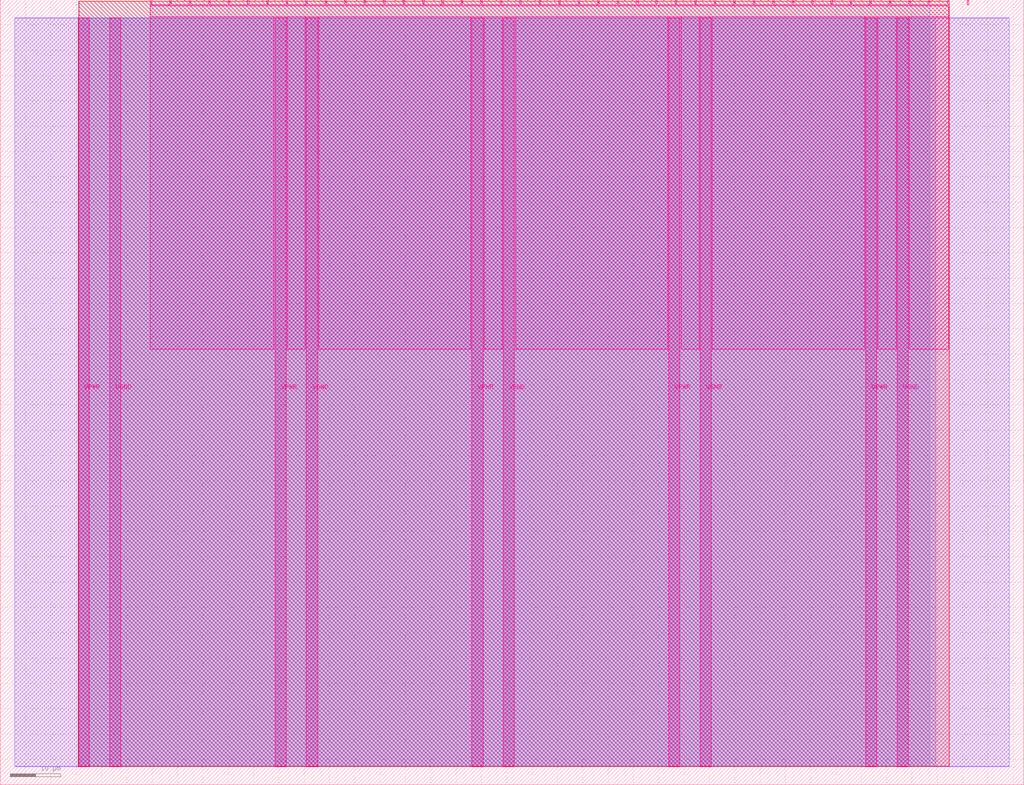
<source format=lef>
VERSION 5.7 ;
  NOWIREEXTENSIONATPIN ON ;
  DIVIDERCHAR "/" ;
  BUSBITCHARS "[]" ;
MACRO tt_um_matrix_mult
  CLASS BLOCK ;
  FOREIGN tt_um_matrix_mult ;
  ORIGIN 0.000 0.000 ;
  SIZE 202.080 BY 154.980 ;
  PIN VGND
    DIRECTION INOUT ;
    USE GROUND ;
    PORT
      LAYER Metal5 ;
        RECT 21.580 3.560 23.780 151.420 ;
    END
    PORT
      LAYER Metal5 ;
        RECT 60.450 3.560 62.650 151.420 ;
    END
    PORT
      LAYER Metal5 ;
        RECT 99.320 3.560 101.520 151.420 ;
    END
    PORT
      LAYER Metal5 ;
        RECT 138.190 3.560 140.390 151.420 ;
    END
    PORT
      LAYER Metal5 ;
        RECT 177.060 3.560 179.260 151.420 ;
    END
  END VGND
  PIN VPWR
    DIRECTION INOUT ;
    USE POWER ;
    PORT
      LAYER Metal5 ;
        RECT 15.380 3.560 17.580 151.420 ;
    END
    PORT
      LAYER Metal5 ;
        RECT 54.250 3.560 56.450 151.420 ;
    END
    PORT
      LAYER Metal5 ;
        RECT 93.120 3.560 95.320 151.420 ;
    END
    PORT
      LAYER Metal5 ;
        RECT 131.990 3.560 134.190 151.420 ;
    END
    PORT
      LAYER Metal5 ;
        RECT 170.860 3.560 173.060 151.420 ;
    END
  END VPWR
  PIN clk
    DIRECTION INPUT ;
    USE SIGNAL ;
    ANTENNAGATEAREA 0.213200 ;
    PORT
      LAYER Metal5 ;
        RECT 187.050 153.980 187.350 154.980 ;
    END
  END clk
  PIN ena
    DIRECTION INPUT ;
    USE SIGNAL ;
    PORT
      LAYER Metal5 ;
        RECT 190.890 153.980 191.190 154.980 ;
    END
  END ena
  PIN rst_n
    DIRECTION INPUT ;
    USE SIGNAL ;
    ANTENNAGATEAREA 0.213200 ;
    PORT
      LAYER Metal5 ;
        RECT 183.210 153.980 183.510 154.980 ;
    END
  END rst_n
  PIN ui_in[0]
    DIRECTION INPUT ;
    USE SIGNAL ;
    ANTENNAGATEAREA 0.213200 ;
    PORT
      LAYER Metal5 ;
        RECT 179.370 153.980 179.670 154.980 ;
    END
  END ui_in[0]
  PIN ui_in[1]
    DIRECTION INPUT ;
    USE SIGNAL ;
    ANTENNAGATEAREA 0.213200 ;
    PORT
      LAYER Metal5 ;
        RECT 175.530 153.980 175.830 154.980 ;
    END
  END ui_in[1]
  PIN ui_in[2]
    DIRECTION INPUT ;
    USE SIGNAL ;
    ANTENNAGATEAREA 0.180700 ;
    PORT
      LAYER Metal5 ;
        RECT 171.690 153.980 171.990 154.980 ;
    END
  END ui_in[2]
  PIN ui_in[3]
    DIRECTION INPUT ;
    USE SIGNAL ;
    ANTENNAGATEAREA 0.180700 ;
    PORT
      LAYER Metal5 ;
        RECT 167.850 153.980 168.150 154.980 ;
    END
  END ui_in[3]
  PIN ui_in[4]
    DIRECTION INPUT ;
    USE SIGNAL ;
    ANTENNAGATEAREA 0.213200 ;
    PORT
      LAYER Metal5 ;
        RECT 164.010 153.980 164.310 154.980 ;
    END
  END ui_in[4]
  PIN ui_in[5]
    DIRECTION INPUT ;
    USE SIGNAL ;
    ANTENNAGATEAREA 0.213200 ;
    PORT
      LAYER Metal5 ;
        RECT 160.170 153.980 160.470 154.980 ;
    END
  END ui_in[5]
  PIN ui_in[6]
    DIRECTION INPUT ;
    USE SIGNAL ;
    ANTENNAGATEAREA 0.180700 ;
    PORT
      LAYER Metal5 ;
        RECT 156.330 153.980 156.630 154.980 ;
    END
  END ui_in[6]
  PIN ui_in[7]
    DIRECTION INPUT ;
    USE SIGNAL ;
    ANTENNAGATEAREA 0.180700 ;
    PORT
      LAYER Metal5 ;
        RECT 152.490 153.980 152.790 154.980 ;
    END
  END ui_in[7]
  PIN uio_in[0]
    DIRECTION INPUT ;
    USE SIGNAL ;
    PORT
      LAYER Metal5 ;
        RECT 148.650 153.980 148.950 154.980 ;
    END
  END uio_in[0]
  PIN uio_in[1]
    DIRECTION INPUT ;
    USE SIGNAL ;
    PORT
      LAYER Metal5 ;
        RECT 144.810 153.980 145.110 154.980 ;
    END
  END uio_in[1]
  PIN uio_in[2]
    DIRECTION INPUT ;
    USE SIGNAL ;
    PORT
      LAYER Metal5 ;
        RECT 140.970 153.980 141.270 154.980 ;
    END
  END uio_in[2]
  PIN uio_in[3]
    DIRECTION INPUT ;
    USE SIGNAL ;
    PORT
      LAYER Metal5 ;
        RECT 137.130 153.980 137.430 154.980 ;
    END
  END uio_in[3]
  PIN uio_in[4]
    DIRECTION INPUT ;
    USE SIGNAL ;
    ANTENNAGATEAREA 0.213200 ;
    PORT
      LAYER Metal5 ;
        RECT 133.290 153.980 133.590 154.980 ;
    END
  END uio_in[4]
  PIN uio_in[5]
    DIRECTION INPUT ;
    USE SIGNAL ;
    ANTENNAGATEAREA 0.213200 ;
    PORT
      LAYER Metal5 ;
        RECT 129.450 153.980 129.750 154.980 ;
    END
  END uio_in[5]
  PIN uio_in[6]
    DIRECTION INPUT ;
    USE SIGNAL ;
    ANTENNAGATEAREA 0.213200 ;
    PORT
      LAYER Metal5 ;
        RECT 125.610 153.980 125.910 154.980 ;
    END
  END uio_in[6]
  PIN uio_in[7]
    DIRECTION INPUT ;
    USE SIGNAL ;
    ANTENNAGATEAREA 0.180700 ;
    PORT
      LAYER Metal5 ;
        RECT 121.770 153.980 122.070 154.980 ;
    END
  END uio_in[7]
  PIN uio_oe[0]
    DIRECTION OUTPUT ;
    USE SIGNAL ;
    ANTENNADIFFAREA 0.392700 ;
    PORT
      LAYER Metal5 ;
        RECT 56.490 153.980 56.790 154.980 ;
    END
  END uio_oe[0]
  PIN uio_oe[1]
    DIRECTION OUTPUT ;
    USE SIGNAL ;
    ANTENNADIFFAREA 0.392700 ;
    PORT
      LAYER Metal5 ;
        RECT 52.650 153.980 52.950 154.980 ;
    END
  END uio_oe[1]
  PIN uio_oe[2]
    DIRECTION OUTPUT ;
    USE SIGNAL ;
    ANTENNADIFFAREA 0.299200 ;
    PORT
      LAYER Metal5 ;
        RECT 48.810 153.980 49.110 154.980 ;
    END
  END uio_oe[2]
  PIN uio_oe[3]
    DIRECTION OUTPUT ;
    USE SIGNAL ;
    ANTENNADIFFAREA 0.299200 ;
    PORT
      LAYER Metal5 ;
        RECT 44.970 153.980 45.270 154.980 ;
    END
  END uio_oe[3]
  PIN uio_oe[4]
    DIRECTION OUTPUT ;
    USE SIGNAL ;
    ANTENNADIFFAREA 0.299200 ;
    PORT
      LAYER Metal5 ;
        RECT 41.130 153.980 41.430 154.980 ;
    END
  END uio_oe[4]
  PIN uio_oe[5]
    DIRECTION OUTPUT ;
    USE SIGNAL ;
    ANTENNADIFFAREA 0.299200 ;
    PORT
      LAYER Metal5 ;
        RECT 37.290 153.980 37.590 154.980 ;
    END
  END uio_oe[5]
  PIN uio_oe[6]
    DIRECTION OUTPUT ;
    USE SIGNAL ;
    ANTENNADIFFAREA 0.299200 ;
    PORT
      LAYER Metal5 ;
        RECT 33.450 153.980 33.750 154.980 ;
    END
  END uio_oe[6]
  PIN uio_oe[7]
    DIRECTION OUTPUT ;
    USE SIGNAL ;
    ANTENNADIFFAREA 0.299200 ;
    PORT
      LAYER Metal5 ;
        RECT 29.610 153.980 29.910 154.980 ;
    END
  END uio_oe[7]
  PIN uio_out[0]
    DIRECTION OUTPUT ;
    USE SIGNAL ;
    ANTENNADIFFAREA 0.632400 ;
    PORT
      LAYER Metal5 ;
        RECT 87.210 153.980 87.510 154.980 ;
    END
  END uio_out[0]
  PIN uio_out[1]
    DIRECTION OUTPUT ;
    USE SIGNAL ;
    ANTENNADIFFAREA 0.632400 ;
    PORT
      LAYER Metal5 ;
        RECT 83.370 153.980 83.670 154.980 ;
    END
  END uio_out[1]
  PIN uio_out[2]
    DIRECTION OUTPUT ;
    USE SIGNAL ;
    ANTENNADIFFAREA 0.299200 ;
    PORT
      LAYER Metal5 ;
        RECT 79.530 153.980 79.830 154.980 ;
    END
  END uio_out[2]
  PIN uio_out[3]
    DIRECTION OUTPUT ;
    USE SIGNAL ;
    ANTENNADIFFAREA 0.299200 ;
    PORT
      LAYER Metal5 ;
        RECT 75.690 153.980 75.990 154.980 ;
    END
  END uio_out[3]
  PIN uio_out[4]
    DIRECTION OUTPUT ;
    USE SIGNAL ;
    ANTENNADIFFAREA 0.299200 ;
    PORT
      LAYER Metal5 ;
        RECT 71.850 153.980 72.150 154.980 ;
    END
  END uio_out[4]
  PIN uio_out[5]
    DIRECTION OUTPUT ;
    USE SIGNAL ;
    ANTENNADIFFAREA 0.299200 ;
    PORT
      LAYER Metal5 ;
        RECT 68.010 153.980 68.310 154.980 ;
    END
  END uio_out[5]
  PIN uio_out[6]
    DIRECTION OUTPUT ;
    USE SIGNAL ;
    ANTENNADIFFAREA 0.299200 ;
    PORT
      LAYER Metal5 ;
        RECT 64.170 153.980 64.470 154.980 ;
    END
  END uio_out[6]
  PIN uio_out[7]
    DIRECTION OUTPUT ;
    USE SIGNAL ;
    ANTENNADIFFAREA 0.299200 ;
    PORT
      LAYER Metal5 ;
        RECT 60.330 153.980 60.630 154.980 ;
    END
  END uio_out[7]
  PIN uo_out[0]
    DIRECTION OUTPUT ;
    USE SIGNAL ;
    ANTENNADIFFAREA 0.632400 ;
    PORT
      LAYER Metal5 ;
        RECT 117.930 153.980 118.230 154.980 ;
    END
  END uo_out[0]
  PIN uo_out[1]
    DIRECTION OUTPUT ;
    USE SIGNAL ;
    ANTENNADIFFAREA 0.632400 ;
    PORT
      LAYER Metal5 ;
        RECT 114.090 153.980 114.390 154.980 ;
    END
  END uo_out[1]
  PIN uo_out[2]
    DIRECTION OUTPUT ;
    USE SIGNAL ;
    ANTENNADIFFAREA 0.632400 ;
    PORT
      LAYER Metal5 ;
        RECT 110.250 153.980 110.550 154.980 ;
    END
  END uo_out[2]
  PIN uo_out[3]
    DIRECTION OUTPUT ;
    USE SIGNAL ;
    ANTENNADIFFAREA 0.632400 ;
    PORT
      LAYER Metal5 ;
        RECT 106.410 153.980 106.710 154.980 ;
    END
  END uo_out[3]
  PIN uo_out[4]
    DIRECTION OUTPUT ;
    USE SIGNAL ;
    ANTENNADIFFAREA 0.632400 ;
    PORT
      LAYER Metal5 ;
        RECT 102.570 153.980 102.870 154.980 ;
    END
  END uo_out[4]
  PIN uo_out[5]
    DIRECTION OUTPUT ;
    USE SIGNAL ;
    ANTENNADIFFAREA 0.632400 ;
    PORT
      LAYER Metal5 ;
        RECT 98.730 153.980 99.030 154.980 ;
    END
  END uo_out[5]
  PIN uo_out[6]
    DIRECTION OUTPUT ;
    USE SIGNAL ;
    ANTENNADIFFAREA 0.632400 ;
    PORT
      LAYER Metal5 ;
        RECT 94.890 153.980 95.190 154.980 ;
    END
  END uo_out[6]
  PIN uo_out[7]
    DIRECTION OUTPUT ;
    USE SIGNAL ;
    ANTENNADIFFAREA 0.632400 ;
    PORT
      LAYER Metal5 ;
        RECT 91.050 153.980 91.350 154.980 ;
    END
  END uo_out[7]
  OBS
      LAYER GatPoly ;
        RECT 2.880 3.630 199.200 151.350 ;
      LAYER Metal1 ;
        RECT 2.880 3.560 199.200 151.420 ;
      LAYER Metal2 ;
        RECT 15.515 3.680 184.705 151.300 ;
      LAYER Metal3 ;
        RECT 15.560 3.635 183.460 154.705 ;
      LAYER Metal4 ;
        RECT 15.515 3.680 187.345 154.660 ;
      LAYER Metal5 ;
        RECT 30.120 153.770 33.240 153.980 ;
        RECT 33.960 153.770 37.080 153.980 ;
        RECT 37.800 153.770 40.920 153.980 ;
        RECT 41.640 153.770 44.760 153.980 ;
        RECT 45.480 153.770 48.600 153.980 ;
        RECT 49.320 153.770 52.440 153.980 ;
        RECT 53.160 153.770 56.280 153.980 ;
        RECT 57.000 153.770 60.120 153.980 ;
        RECT 60.840 153.770 63.960 153.980 ;
        RECT 64.680 153.770 67.800 153.980 ;
        RECT 68.520 153.770 71.640 153.980 ;
        RECT 72.360 153.770 75.480 153.980 ;
        RECT 76.200 153.770 79.320 153.980 ;
        RECT 80.040 153.770 83.160 153.980 ;
        RECT 83.880 153.770 87.000 153.980 ;
        RECT 87.720 153.770 90.840 153.980 ;
        RECT 91.560 153.770 94.680 153.980 ;
        RECT 95.400 153.770 98.520 153.980 ;
        RECT 99.240 153.770 102.360 153.980 ;
        RECT 103.080 153.770 106.200 153.980 ;
        RECT 106.920 153.770 110.040 153.980 ;
        RECT 110.760 153.770 113.880 153.980 ;
        RECT 114.600 153.770 117.720 153.980 ;
        RECT 118.440 153.770 121.560 153.980 ;
        RECT 122.280 153.770 125.400 153.980 ;
        RECT 126.120 153.770 129.240 153.980 ;
        RECT 129.960 153.770 133.080 153.980 ;
        RECT 133.800 153.770 136.920 153.980 ;
        RECT 137.640 153.770 140.760 153.980 ;
        RECT 141.480 153.770 144.600 153.980 ;
        RECT 145.320 153.770 148.440 153.980 ;
        RECT 149.160 153.770 152.280 153.980 ;
        RECT 153.000 153.770 156.120 153.980 ;
        RECT 156.840 153.770 159.960 153.980 ;
        RECT 160.680 153.770 163.800 153.980 ;
        RECT 164.520 153.770 167.640 153.980 ;
        RECT 168.360 153.770 171.480 153.980 ;
        RECT 172.200 153.770 175.320 153.980 ;
        RECT 176.040 153.770 179.160 153.980 ;
        RECT 179.880 153.770 183.000 153.980 ;
        RECT 183.720 153.770 186.840 153.980 ;
        RECT 29.660 151.630 187.300 153.770 ;
        RECT 29.660 85.955 54.040 151.630 ;
        RECT 56.660 85.955 60.240 151.630 ;
        RECT 62.860 85.955 92.910 151.630 ;
        RECT 95.530 85.955 99.110 151.630 ;
        RECT 101.730 85.955 131.780 151.630 ;
        RECT 134.400 85.955 137.980 151.630 ;
        RECT 140.600 85.955 170.650 151.630 ;
        RECT 173.270 85.955 176.850 151.630 ;
        RECT 179.470 85.955 187.300 151.630 ;
  END
END tt_um_matrix_mult
END LIBRARY


</source>
